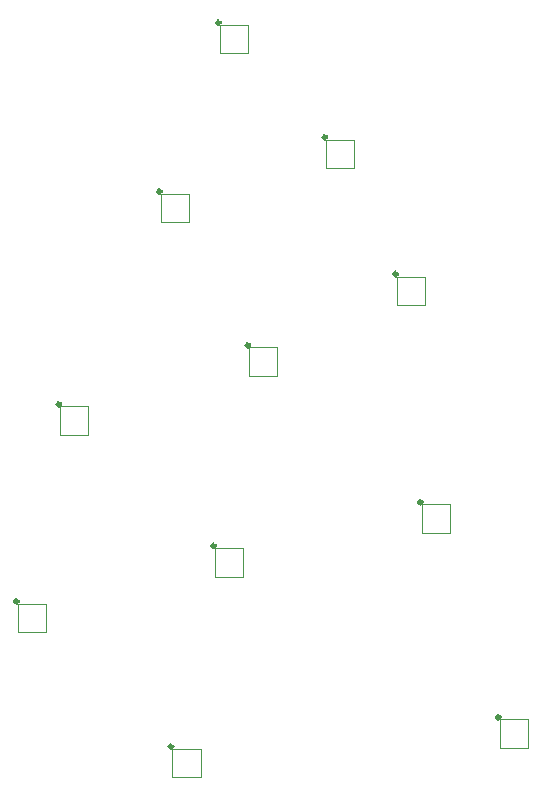
<source format=gbr>
G04 #@! TF.GenerationSoftware,KiCad,Pcbnew,(5.1.5)-3*
G04 #@! TF.CreationDate,2020-12-18T10:23:59+02:00*
G04 #@! TF.ProjectId,voltlog christmas tree,766f6c74-6c6f-4672-9063-68726973746d,rev?*
G04 #@! TF.SameCoordinates,Original*
G04 #@! TF.FileFunction,Legend,Bot*
G04 #@! TF.FilePolarity,Positive*
%FSLAX46Y46*%
G04 Gerber Fmt 4.6, Leading zero omitted, Abs format (unit mm)*
G04 Created by KiCad (PCBNEW (5.1.5)-3) date 2020-12-18 10:23:59*
%MOMM*%
%LPD*%
G04 APERTURE LIST*
%ADD10C,0.120000*%
%ADD11C,0.300000*%
G04 APERTURE END LIST*
D10*
X131300000Y-130500000D02*
X133700000Y-130500000D01*
X131300000Y-128100000D02*
X131300000Y-130500000D01*
X133700000Y-128100000D02*
X131300000Y-128100000D01*
X133700000Y-130500000D02*
X133700000Y-128100000D01*
D11*
X131350000Y-127900000D02*
G75*
G03X131350000Y-127900000I-150000J0D01*
G01*
D10*
X159000000Y-128000000D02*
X161400000Y-128000000D01*
X159000000Y-125600000D02*
X159000000Y-128000000D01*
X161400000Y-125600000D02*
X159000000Y-125600000D01*
X161400000Y-128000000D02*
X161400000Y-125600000D01*
D11*
X159050000Y-125400000D02*
G75*
G03X159050000Y-125400000I-150000J0D01*
G01*
D10*
X118200000Y-118200000D02*
X120600000Y-118200000D01*
X118200000Y-115800000D02*
X118200000Y-118200000D01*
X120600000Y-115800000D02*
X118200000Y-115800000D01*
X120600000Y-118200000D02*
X120600000Y-115800000D01*
D11*
X118250000Y-115600000D02*
G75*
G03X118250000Y-115600000I-150000J0D01*
G01*
D10*
X134900000Y-113500000D02*
X137300000Y-113500000D01*
X134900000Y-111100000D02*
X134900000Y-113500000D01*
X137300000Y-111100000D02*
X134900000Y-111100000D01*
X137300000Y-113500000D02*
X137300000Y-111100000D01*
D11*
X134950000Y-110900000D02*
G75*
G03X134950000Y-110900000I-150000J0D01*
G01*
D10*
X152400000Y-109800000D02*
X154800000Y-109800000D01*
X152400000Y-107400000D02*
X152400000Y-109800000D01*
X154800000Y-107400000D02*
X152400000Y-107400000D01*
X154800000Y-109800000D02*
X154800000Y-107400000D01*
D11*
X152450000Y-107200000D02*
G75*
G03X152450000Y-107200000I-150000J0D01*
G01*
D10*
X121800000Y-101500000D02*
X124200000Y-101500000D01*
X121800000Y-99100000D02*
X121800000Y-101500000D01*
X124200000Y-99100000D02*
X121800000Y-99100000D01*
X124200000Y-101500000D02*
X124200000Y-99100000D01*
D11*
X121850000Y-98900000D02*
G75*
G03X121850000Y-98900000I-150000J0D01*
G01*
D10*
X137800000Y-96500000D02*
X140200000Y-96500000D01*
X137800000Y-94100000D02*
X137800000Y-96500000D01*
X140200000Y-94100000D02*
X137800000Y-94100000D01*
X140200000Y-96500000D02*
X140200000Y-94100000D01*
D11*
X137850000Y-93900000D02*
G75*
G03X137850000Y-93900000I-150000J0D01*
G01*
D10*
X150300000Y-90500000D02*
X152700000Y-90500000D01*
X150300000Y-88100000D02*
X150300000Y-90500000D01*
X152700000Y-88100000D02*
X150300000Y-88100000D01*
X152700000Y-90500000D02*
X152700000Y-88100000D01*
D11*
X150350000Y-87900000D02*
G75*
G03X150350000Y-87900000I-150000J0D01*
G01*
D10*
X130300000Y-83500000D02*
X132700000Y-83500000D01*
X130300000Y-81100000D02*
X130300000Y-83500000D01*
X132700000Y-81100000D02*
X130300000Y-81100000D01*
X132700000Y-83500000D02*
X132700000Y-81100000D01*
D11*
X130350000Y-80900000D02*
G75*
G03X130350000Y-80900000I-150000J0D01*
G01*
D10*
X144300000Y-78900000D02*
X146700000Y-78900000D01*
X144300000Y-76500000D02*
X144300000Y-78900000D01*
X146700000Y-76500000D02*
X144300000Y-76500000D01*
X146700000Y-78900000D02*
X146700000Y-76500000D01*
D11*
X144350000Y-76300000D02*
G75*
G03X144350000Y-76300000I-150000J0D01*
G01*
D10*
X135300000Y-69200000D02*
X137700000Y-69200000D01*
X135300000Y-66800000D02*
X135300000Y-69200000D01*
X137700000Y-66800000D02*
X135300000Y-66800000D01*
X137700000Y-69200000D02*
X137700000Y-66800000D01*
D11*
X135350000Y-66600000D02*
G75*
G03X135350000Y-66600000I-150000J0D01*
G01*
M02*

</source>
